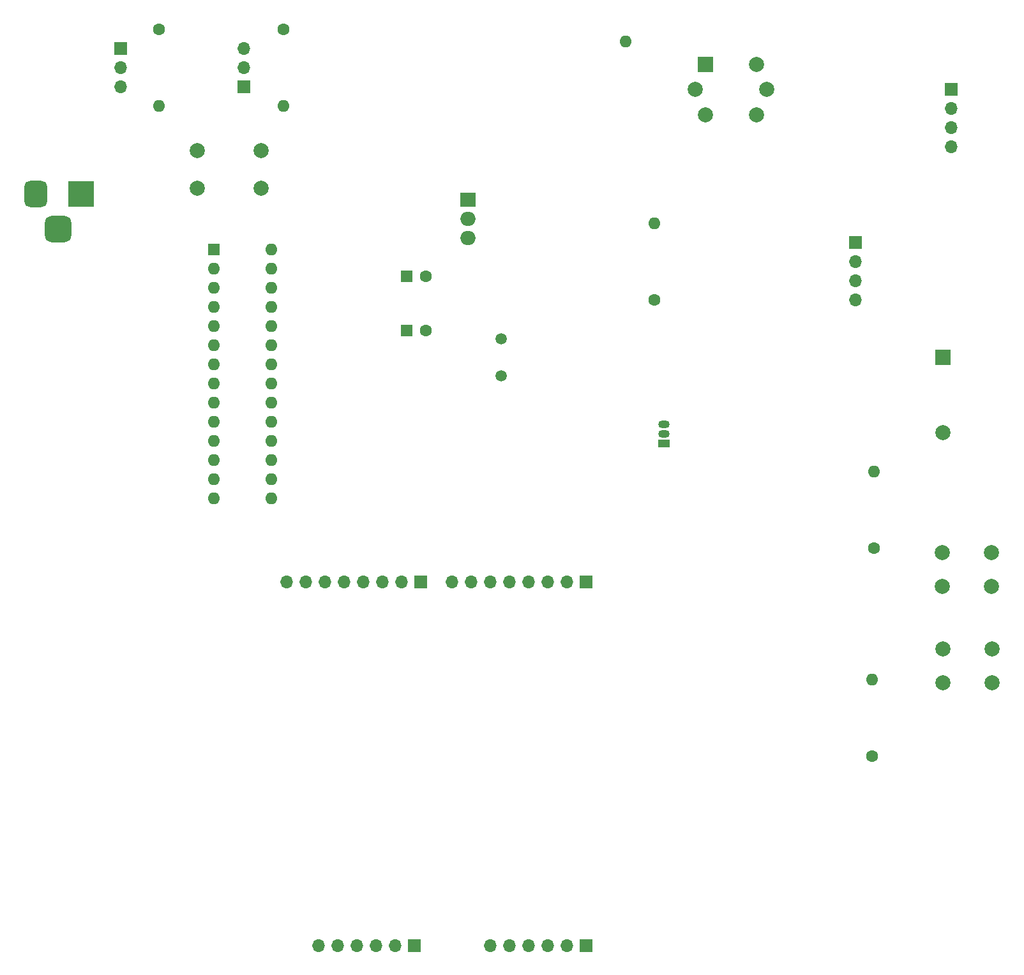
<source format=gbr>
%TF.GenerationSoftware,KiCad,Pcbnew,(6.0.7)*%
%TF.CreationDate,2022-11-30T09:47:03-03:00*%
%TF.ProjectId,E3_Gas_Leak_Safety_System,45335f47-6173-45f4-9c65-616b5f536166,rev?*%
%TF.SameCoordinates,Original*%
%TF.FileFunction,Soldermask,Top*%
%TF.FilePolarity,Negative*%
%FSLAX46Y46*%
G04 Gerber Fmt 4.6, Leading zero omitted, Abs format (unit mm)*
G04 Created by KiCad (PCBNEW (6.0.7)) date 2022-11-30 09:47:03*
%MOMM*%
%LPD*%
G01*
G04 APERTURE LIST*
G04 Aperture macros list*
%AMRoundRect*
0 Rectangle with rounded corners*
0 $1 Rounding radius*
0 $2 $3 $4 $5 $6 $7 $8 $9 X,Y pos of 4 corners*
0 Add a 4 corners polygon primitive as box body*
4,1,4,$2,$3,$4,$5,$6,$7,$8,$9,$2,$3,0*
0 Add four circle primitives for the rounded corners*
1,1,$1+$1,$2,$3*
1,1,$1+$1,$4,$5*
1,1,$1+$1,$6,$7*
1,1,$1+$1,$8,$9*
0 Add four rect primitives between the rounded corners*
20,1,$1+$1,$2,$3,$4,$5,0*
20,1,$1+$1,$4,$5,$6,$7,0*
20,1,$1+$1,$6,$7,$8,$9,0*
20,1,$1+$1,$8,$9,$2,$3,0*%
G04 Aperture macros list end*
%ADD10R,2.000000X2.000000*%
%ADD11C,2.000000*%
%ADD12C,1.600000*%
%ADD13O,1.600000X1.600000*%
%ADD14R,3.500000X3.500000*%
%ADD15RoundRect,0.750000X-0.750000X-1.000000X0.750000X-1.000000X0.750000X1.000000X-0.750000X1.000000X0*%
%ADD16RoundRect,0.875000X-0.875000X-0.875000X0.875000X-0.875000X0.875000X0.875000X-0.875000X0.875000X0*%
%ADD17R,1.700000X1.700000*%
%ADD18O,1.700000X1.700000*%
%ADD19R,1.600000X1.600000*%
%ADD20R,2.000000X1.905000*%
%ADD21O,2.000000X1.905000*%
%ADD22R,1.500000X1.050000*%
%ADD23O,1.500000X1.050000*%
%ADD24C,1.500000*%
G04 APERTURE END LIST*
D10*
%TO.C,U3-MQ6*%
X136340000Y-34740000D03*
D11*
X134950000Y-38100000D03*
X136340000Y-41460000D03*
X143060000Y-41460000D03*
X144450000Y-38100000D03*
X143060000Y-34740000D03*
%TD*%
D12*
%TO.C,R1*%
X129540000Y-66040000D03*
D13*
X129540000Y-55880000D03*
%TD*%
D11*
%TO.C,C2*%
X77400000Y-46200000D03*
X77400000Y-51200000D03*
%TD*%
D14*
%TO.C,J1*%
X53500000Y-51942500D03*
D15*
X47500000Y-51942500D03*
D16*
X50500000Y-56642500D03*
%TD*%
D12*
%TO.C,R5*%
X158700000Y-98980000D03*
D13*
X158700000Y-88820000D03*
%TD*%
D12*
%TO.C,R4*%
X158400000Y-126580000D03*
D13*
X158400000Y-116420000D03*
%TD*%
D12*
%TO.C,R2*%
X63870000Y-30120000D03*
D13*
X63870000Y-40280000D03*
%TD*%
D17*
%TO.C,J2-IR1*%
X58790000Y-32675000D03*
D18*
X58790000Y-35215000D03*
X58790000Y-37755000D03*
%TD*%
D17*
%TO.C,J4-MQ7*%
X156210000Y-58420000D03*
D18*
X156210000Y-60960000D03*
X156210000Y-63500000D03*
X156210000Y-66040000D03*
%TD*%
D17*
%TO.C,J8-LCD_Source1*%
X97700000Y-151660000D03*
D18*
X95160000Y-151660000D03*
X92620000Y-151660000D03*
X90080000Y-151660000D03*
X87540000Y-151660000D03*
X85000000Y-151660000D03*
%TD*%
D19*
%TO.C,C3*%
X96700000Y-70100000D03*
D12*
X99200000Y-70100000D03*
%TD*%
D19*
%TO.C,C4*%
X96700000Y-62865000D03*
D12*
X99200000Y-62865000D03*
%TD*%
D13*
%TO.C,*%
X125730000Y-31750000D03*
%TD*%
D20*
%TO.C,U2*%
X104800000Y-52700000D03*
D21*
X104800000Y-55240000D03*
X104800000Y-57780000D03*
%TD*%
D11*
%TO.C,J11-Reset1*%
X174350000Y-112350000D03*
X167850000Y-112350000D03*
X167850000Y-116850000D03*
X174350000Y-116850000D03*
%TD*%
D17*
%TO.C,J7-LCD_Digital_Pins_1*%
X120500000Y-103400000D03*
D18*
X117960000Y-103400000D03*
X115420000Y-103400000D03*
X112880000Y-103400000D03*
X110340000Y-103400000D03*
X107800000Y-103400000D03*
X105260000Y-103400000D03*
X102720000Y-103400000D03*
%TD*%
D10*
%TO.C,BZ1*%
X167800000Y-73600000D03*
D11*
X167800000Y-83600000D03*
%TD*%
D22*
%TO.C,Q1*%
X130810000Y-85090000D03*
D23*
X130810000Y-83820000D03*
X130810000Y-82550000D03*
%TD*%
D24*
%TO.C,Y1*%
X109220000Y-71210000D03*
X109220000Y-76110000D03*
%TD*%
D17*
%TO.C,J5-MQ4*%
X168910000Y-38100000D03*
D18*
X168910000Y-40640000D03*
X168910000Y-43180000D03*
X168910000Y-45720000D03*
%TD*%
D11*
%TO.C,J10-Botton_On/Off1*%
X174250000Y-99550000D03*
X167750000Y-99550000D03*
X174250000Y-104050000D03*
X167750000Y-104050000D03*
%TD*%
D19*
%TO.C,U1*%
X71120000Y-59365000D03*
D13*
X71120000Y-61905000D03*
X71120000Y-64445000D03*
X71120000Y-66985000D03*
X71120000Y-69525000D03*
X71120000Y-72065000D03*
X71120000Y-74605000D03*
X71120000Y-77145000D03*
X71120000Y-79685000D03*
X71120000Y-82225000D03*
X71120000Y-84765000D03*
X71120000Y-87305000D03*
X71120000Y-89845000D03*
X71120000Y-92385000D03*
X78740000Y-92385000D03*
X78740000Y-89845000D03*
X78740000Y-87305000D03*
X78740000Y-84765000D03*
X78740000Y-82225000D03*
X78740000Y-79685000D03*
X78740000Y-77145000D03*
X78740000Y-74605000D03*
X78740000Y-72065000D03*
X78740000Y-69525000D03*
X78740000Y-66985000D03*
X78740000Y-64445000D03*
X78740000Y-61905000D03*
X78740000Y-59365000D03*
%TD*%
D17*
%TO.C,J3-IR2*%
X75100000Y-37740000D03*
D18*
X75100000Y-35200000D03*
X75100000Y-32660000D03*
%TD*%
D11*
%TO.C,C1*%
X68900000Y-46200000D03*
X68900000Y-51200000D03*
%TD*%
D17*
%TO.C,J6-LCD_Digital_Pins_1*%
X98590000Y-103400000D03*
D18*
X96050000Y-103400000D03*
X93510000Y-103400000D03*
X90970000Y-103400000D03*
X88430000Y-103400000D03*
X85890000Y-103400000D03*
X83350000Y-103400000D03*
X80810000Y-103400000D03*
%TD*%
D12*
%TO.C,R3*%
X80380000Y-30120000D03*
D13*
X80380000Y-40280000D03*
%TD*%
D17*
%TO.C,J9-LCD_Analog_Pins1*%
X120500000Y-151660000D03*
D18*
X117960000Y-151660000D03*
X115420000Y-151660000D03*
X112880000Y-151660000D03*
X110340000Y-151660000D03*
X107800000Y-151660000D03*
%TD*%
M02*

</source>
